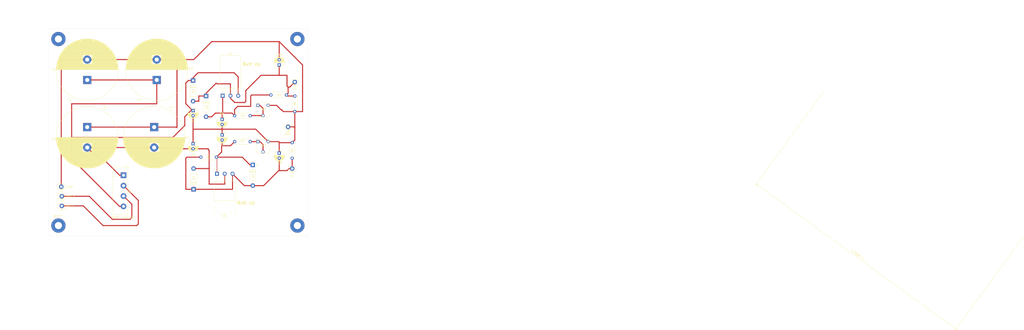
<source format=kicad_pcb>
(kicad_pcb (version 20171130) (host pcbnew "(5.1.2-1)-1")
  (title_block (title "LM337/LM317 Adj. Voltage Power Supply") (company "Designed by Ray Wilson") (comment 1 "Layout by Mason Mann"))
  (layers (0 F.Cu signal) (31 B.Cu signal) (34 B.Paste user hide) (35 F.Paste user hide) (36 B.SilkS user hide) (37 F.SilkS user) (38 B.Mask user hide) (39 F.Mask user) (44 Edge.Cuts user))
  (net 0 "")
  (net 1 "Net-(C1-Pad1)")
  (net 2 Earth)
  (net 3 "Net-(C2-Pad2)")
  (net 4 "Net-(C8-Pad1)")
  (net 5 /VNEG)
  (net 6 /SEC1)
  (net 7 "Net-(R1-Pad2)")
  (net 8 "Net-(R2-Pad2)")
  (net 9 "Net-(C7-Pad2)")
  (net 10 "Net-(C10-Pad1)")
  (net 11 "Net-(D1-Pad3)")
  (module MountingHole:MountingHole_3.5mm_Pad (layer F.Cu) (at 134.62 17.78)
    (fp_text reference REF** hide)
    (fp_text value MountingHole_3.5mm_Pad)
    (pad 1 thru_hole circle (at 0 0) (size 7 7) (drill 3.5) (layers *.Cu *.Mask))
  )
  (module MountingHole:MountingHole_3.5mm_Pad (layer F.Cu) (at 134.62 109.22)
    (fp_text reference REF** hide)
    (fp_text value MountingHole_3.5mm_Pad)
    (pad 1 thru_hole circle (at 0 0) (size 7 7) (drill 3.5) (layers *.Cu *.Mask))
  )
  (module MountingHole:MountingHole_3.5mm_Pad (layer F.Cu) (at 17.653 109.22)
    (fp_text reference REF** (at 0 -4.5) (layer F.SilkS))
    (fp_text value MountingHole_3.5mm_Pad)
    (pad 1 thru_hole circle (at 0 0) (size 7 7) (drill 3.5) (layers *.Cu *.Mask))
  )
  (module MountingHole:MountingHole_3.5mm_Pad (layer F.Cu) (at 17.653 17.78)
    (fp_text reference REF** hide)
    (fp_text value MountingHole_3.5mm_Pad)
    (pad 1 thru_hole circle (at 0 0) (size 7 7) (drill 3.5) (layers *.Cu *.Mask))
  )
  (module Potentiometer_THT:Potentiometer_Runtron_RM-065_Vertical (layer F.Cu) (at 115.316 50.292)
    (fp_text reference RV2 (at 2.54 1.905) (layer F.SilkS))
    (fp_text value 2k)
    (pad 2 thru_hole circle (at 2.5 5) (size 1.55 1.55) (drill 1) (layers *.Cu *.Mask) (net 8 "Net-(R2-Pad2)"))
    (pad 1 thru_hole rect (at 0 0) (size 1.55 1.55) (drill 1) (layers *.Cu *.Mask) (net 8 "Net-(R2-Pad2)"))
    (pad 3 thru_hole circle (at 5 0) (size 1.55 1.55) (drill 1) (layers *.Cu *.Mask) (net 2 Earth))
  )
  (module Potentiometer_THT:Potentiometer_Runtron_RM-065_Vertical (layer F.Cu) (at 115.316 68.072)
    (fp_text reference RV1 (at 2.667 1.778) (layer F.SilkS))
    (fp_text value 2k)
    (pad 2 thru_hole circle (at 2.5 5) (size 1.55 1.55) (drill 1) (layers *.Cu *.Mask) (net 7 "Net-(R1-Pad2)"))
    (pad 1 thru_hole rect (at 0 0) (size 1.55 1.55) (drill 1) (layers *.Cu *.Mask) (net 7 "Net-(R1-Pad2)"))
    (pad 3 thru_hole circle (at 5 0) (size 1.55 1.55) (drill 1) (layers *.Cu *.Mask) (net 2 Earth))
  )
  (module TO-220_WIDE_FOR_PCB_MILL (layer F.Cu) (at 0 0)
    (fp_text reference REF** hide)
    (fp_text value TO-220_WIDE_FOR_PCB_MILL)
  )
  (module TO-220_WIDE_FOR_PCB_MILL (layer F.Cu) (at 0 0)
    (fp_text reference REF** hide)
    (fp_text value TO-220_WIDE_FOR_PCB_MILL)
  )
  (module Capacitor_THT:CP_Radial_D5.0mm_P2.50mm (layer F.Cu) (at 97.79 57.15 270)
    (fp_text reference C8 (at -2.667 0.254 180) (layer F.SilkS))
    (fp_text value 10uF)
    (pad 1 thru_hole rect (at 0 0 270) (size 1.6 1.6) (drill 0.8) (layers *.Cu *.Mask) (net 4 "Net-(C8-Pad1)"))
    (pad 2 thru_hole circle (at 2.5 0 270) (size 1.6 1.6) (drill 0.8) (layers *.Cu *.Mask) (net 2 Earth))
  )
  (module Diode_THT:D_DO-41_SOD81_P10.16mm_Horizontal (layer F.Cu) (at 83.566 38.1 270)
    (fp_text reference D3 (at 5.334 -0.127 90) (layer F.SilkS))
    (fp_text value 1N4002)
    (pad 1 thru_hole rect (at 0 0 270) (size 2.2 2.2) (drill 1.1) (layers *.Cu *.Mask) (net 1 "Net-(C1-Pad1)"))
    (pad 2 thru_hole oval (at 10.16 0 270) (size 2.2 2.2) (drill 1.1) (layers *.Cu *.Mask) (net 10 "Net-(C10-Pad1)"))
  )
  (module Capacitor_THT:CP_Radial_D30.0mm_P10.00mm_SnapIn (layer F.Cu) (at 31.75 37.846 90)
    (fp_text reference C1 (at 5 -16.25 180) (layer F.SilkS))
    (fp_text value 10000uF)
    (pad 1 thru_hole rect (at 0 0 90) (size 4 4) (drill 2) (layers *.Cu *.Mask) (net 1 "Net-(C1-Pad1)"))
    (pad 2 thru_hole circle (at 10 0 90) (size 4 4) (drill 2) (layers *.Cu *.Mask) (net 2 Earth))
  )
  (module Capacitor_THT:CP_Radial_D30.0mm_P10.00mm_SnapIn (layer F.Cu) (at 31.75 60.96 270)
    (fp_text reference C2 (at 5.969 16.383 180) (layer F.SilkS))
    (fp_text value 10000uF)
    (pad 1 thru_hole rect (at 0 0 270) (size 4 4) (drill 2) (layers *.Cu *.Mask) (net 2 Earth))
    (pad 2 thru_hole circle (at 10 0 270) (size 4 4) (drill 2) (layers *.Cu *.Mask) (net 3 "Net-(C2-Pad2)"))
  )
  (module Capacitor_THT:CP_Radial_D30.0mm_P10.00mm_SnapIn (layer F.Cu) (at 65.786 37.846 90)
    (fp_text reference C3 (at 5.588 16.637 180) (layer F.SilkS))
    (fp_text value 10000uF)
    (pad 2 thru_hole circle (at 10 0 90) (size 4 4) (drill 2) (layers *.Cu *.Mask) (net 2 Earth))
    (pad 1 thru_hole rect (at 0 0 90) (size 4 4) (drill 2) (layers *.Cu *.Mask) (net 1 "Net-(C1-Pad1)"))
  )
  (module Capacitor_THT:CP_Radial_D30.0mm_P10.00mm_SnapIn (layer F.Cu) (at 64.516 60.96 270)
    (fp_text reference C4 (at 5 -16.25 190) (layer F.SilkS))
    (fp_text value 10000uF)
    (pad 2 thru_hole circle (at 10 0 270) (size 4 4) (drill 2) (layers *.Cu *.Mask) (net 3 "Net-(C2-Pad2)"))
    (pad 1 thru_hole rect (at 0 0 270) (size 4 4) (drill 2) (layers *.Cu *.Mask) (net 2 Earth))
  )
  (module Capacitor_THT:CP_Radial_D5.0mm_P2.50mm (layer F.Cu) (at 83.566 69.088 270)
    (fp_text reference C5 (at 5.334 -0.254 180) (layer F.SilkS))
    (fp_text value 0.1uF)
    (pad 2 thru_hole circle (at 2.5 0 270) (size 1.6 1.6) (drill 0.8) (layers *.Cu *.Mask) (net 3 "Net-(C2-Pad2)"))
    (pad 1 thru_hole rect (at 0 0 270) (size 1.6 1.6) (drill 0.8) (layers *.Cu *.Mask) (net 2 Earth))
  )
  (module Capacitor_THT:CP_Radial_D5.0mm_P2.50mm (layer F.Cu) (at 83.566 52.832 270)
    (fp_text reference C6 (at 5.207 0 180) (layer F.SilkS))
    (fp_text value 0.1uF)
    (pad 1 thru_hole rect (at 0 0 270) (size 1.6 1.6) (drill 0.8) (layers *.Cu *.Mask) (net 1 "Net-(C1-Pad1)"))
    (pad 2 thru_hole circle (at 2.5 0 270) (size 1.6 1.6) (drill 0.8) (layers *.Cu *.Mask) (net 2 Earth))
  )
  (module Diode_THT:D_DO-41_SOD81_P10.16mm_Horizontal (layer F.Cu) (at 83.82 91.44 90)
    (fp_text reference D2 (at 5.461 0.127 90) (layer F.SilkS))
    (fp_text value 1N4002)
    (pad 1 thru_hole rect (at 0 0 90) (size 2.2 2.2) (drill 1.1) (layers *.Cu *.Mask) (net 5 /VNEG))
    (pad 2 thru_hole oval (at 10.16 0 90) (size 2.2 2.2) (drill 1.1) (layers *.Cu *.Mask) (net 3 "Net-(C2-Pad2)"))
  )
  (module Diode_THT:D_DO-41_SOD81_P10.16mm_Horizontal (layer F.Cu) (at 112.776 79.502 270)
    (fp_text reference D4 (at 5.334 -0.254 90) (layer F.SilkS))
    (fp_text value 1N4002)
    (fp_text user K (at 0 -2.1 90) (layer F.SilkS))
    (pad 2 thru_hole oval (at 10.16 0 270) (size 2.2 2.2) (drill 1.1) (layers *.Cu *.Mask) (net 5 /VNEG))
    (pad 1 thru_hole rect (at 0 0 270) (size 2.2 2.2) (drill 1.1) (layers *.Cu *.Mask) (net 9 "Net-(C7-Pad2)"))
  )
  (module Diode_THT:D_DO-41_SOD81_P10.16mm_Horizontal (layer F.Cu) (at 89.916 45.72 270)
    (fp_text reference D5 (at 5.461 -0.254 90) (layer F.SilkS))
    (fp_text value 1N4002)
    (pad 2 thru_hole oval (at 10.16 0 270) (size 2.2 2.2) (drill 1.1) (layers *.Cu *.Mask) (net 4 "Net-(C8-Pad1)"))
    (pad 1 thru_hole rect (at 0 0 270) (size 2.2 2.2) (drill 1.1) (layers *.Cu *.Mask) (net 10 "Net-(C10-Pad1)"))
  )
  (module Connector_Pin:Pin_D1.1mm_L10.2mm_W3.5mm_Flat (layer F.Cu) (at 19.304 99.568)
    (fp_text reference J1 (at 0 2.05) (layer F.SilkS))
    (fp_text value Conn_01x01_Female)
    (pad 1 thru_hole circle (at 0 0) (size 2.2 2.2) (drill 1.1) (layers *.Cu *.Mask) (net 6 /SEC1))
  )
  (module Connector_Pin:Pin_D1.1mm_L10.2mm_W3.5mm_Flat (layer F.Cu) (at 19.05 90.17)
    (fp_text reference J2 (at 0 2.05) (layer F.SilkS))
    (fp_text value Conn_01x01_Female)
    (pad 1 thru_hole circle (at 0 0) (size 2.2 2.2) (drill 1.1) (layers *.Cu *.Mask) (net 2 Earth))
  )
  (module Connector_Pin:Pin_D1.1mm_L10.2mm_W3.5mm_Flat (layer F.Cu) (at 19.304 94.869)
    (fp_text reference J3 (at 0 2.05) (layer F.SilkS))
    (fp_text value Conn_01x01_Female)
    (pad 1 thru_hole circle (at 0 0) (size 2.2 2.2) (drill 1.1) (layers *.Cu *.Mask) (net 11 "Net-(D1-Pad3)"))
  )
  (module Connector_Pin:Pin_D1.1mm_L10.2mm_W3.5mm_Flat (layer F.Cu) (at 132.08 81.28)
    (fp_text reference J4 (at 0 2.05) (layer F.SilkS))
    (fp_text value -V_Conn)
    (pad 1 thru_hole circle (at 0 0) (size 2.2 2.2) (drill 1.1) (layers *.Cu *.Mask) (net 5 /VNEG))
  )
  (module Connector_Pin:Pin_D1.1mm_L10.2mm_W3.5mm_Flat (layer F.Cu) (at 133.35 38.862)
    (fp_text reference J5 (at 0 2.05) (layer F.SilkS))
    (fp_text value +V_Conn)
    (pad 1 thru_hole circle (at 0 0) (size 2.2 2.2) (drill 1.1) (layers *.Cu *.Mask) (net 10 "Net-(C10-Pad1)"))
  )
  (module Resistor_THT:R_Axial_DIN0207_L6.3mm_D2.5mm_P7.62mm_Horizontal (layer F.Cu) (at 103.886 68.072)
    (fp_text reference R1 (at 3.937 -0.254) (layer F.SilkS))
    (fp_text value 1k)
    (pad 2 thru_hole oval (at 7.62 0) (size 1.6 1.6) (drill 0.8) (layers *.Cu *.Mask) (net 7 "Net-(R1-Pad2)"))
    (pad 1 thru_hole circle (at 0 0) (size 1.6 1.6) (drill 0.8) (layers *.Cu *.Mask) (net 9 "Net-(C7-Pad2)"))
  )
  (module Resistor_THT:R_Axial_DIN0207_L6.3mm_D2.5mm_P7.62mm_Horizontal (layer F.Cu) (at 103.886 55.372)
    (fp_text reference R2 (at 3.937 0) (layer F.SilkS))
    (fp_text value 1k)
    (pad 2 thru_hole oval (at 7.62 0) (size 1.6 1.6) (drill 0.8) (layers *.Cu *.Mask) (net 8 "Net-(R2-Pad2)"))
    (pad 1 thru_hole circle (at 0 0) (size 1.6 1.6) (drill 0.8) (layers *.Cu *.Mask) (net 4 "Net-(C8-Pad1)"))
  )
  (module Resistor_THT:R_Axial_DIN0207_L6.3mm_D2.5mm_P7.62mm_Horizontal (layer F.Cu) (at 87.376 75.692)
    (fp_text reference R3 (at 3.81 0) (layer F.SilkS))
    (fp_text value 240)
    (pad 1 thru_hole circle (at 0 0) (size 1.6 1.6) (drill 0.8) (layers *.Cu *.Mask) (net 5 /VNEG))
    (pad 2 thru_hole oval (at 7.62 0) (size 1.6 1.6) (drill 0.8) (layers *.Cu *.Mask) (net 9 "Net-(C7-Pad2)"))
  )
  (module Resistor_THT:R_Axial_DIN0207_L6.3mm_D2.5mm_P7.62mm_Horizontal (layer F.Cu) (at 129.286 45.212 180)
    (fp_text reference R4 (at 3.556 -0.127) (layer F.SilkS))
    (fp_text value 240)
    (pad 1 thru_hole circle (at 0 0 180) (size 1.6 1.6) (drill 0.8) (layers *.Cu *.Mask) (net 10 "Net-(C10-Pad1)"))
    (pad 2 thru_hole oval (at 7.62 0 180) (size 1.6 1.6) (drill 0.8) (layers *.Cu *.Mask) (net 4 "Net-(C8-Pad1)"))
  )
  (module Resistor_THT:R_Axial_DIN0207_L6.3mm_D2.5mm_P7.62mm_Horizontal (layer F.Cu) (at 132.08 76.2 90)
    (fp_text reference R5 (at 3.683 0 90) (layer F.SilkS))
    (fp_text value 4.7k)
    (pad 2 thru_hole oval (at 7.62 0 90) (size 1.6 1.6) (drill 0.8) (layers *.Cu *.Mask) (net 2 Earth))
    (pad 1 thru_hole circle (at 0 0 90) (size 1.6 1.6) (drill 0.8) (layers *.Cu *.Mask) (net 5 /VNEG))
  )
  (module Resistor_THT:R_Axial_DIN0207_L6.3mm_D2.5mm_P7.62mm_Horizontal (layer F.Cu) (at 133.35 45.72 270)
    (fp_text reference R6 (at 3.81 0 90) (layer F.SilkS))
    (fp_text value 4.7k)
    (pad 1 thru_hole circle (at 0 0 270) (size 1.6 1.6) (drill 0.8) (layers *.Cu *.Mask) (net 10 "Net-(C10-Pad1)"))
    (pad 2 thru_hole oval (at 7.62 0 270) (size 1.6 1.6) (drill 0.8) (layers *.Cu *.Mask) (net 2 Earth))
  )
  (module Capacitor_THT:CP_Radial_D5.0mm_P2.50mm (layer F.Cu) (at 97.79 64.77 270)
    (fp_text reference C7 (at 4.826 -0.381 180) (layer F.SilkS))
    (fp_text value 10uF)
    (pad 2 thru_hole circle (at 2.5 0 270) (size 1.6 1.6) (drill 0.8) (layers *.Cu *.Mask) (net 9 "Net-(C7-Pad2)"))
    (pad 1 thru_hole rect (at 0 0 270) (size 1.6 1.6) (drill 0.8) (layers *.Cu *.Mask) (net 2 Earth))
  )
  (module Capacitor_THT:CP_Radial_D5.0mm_P2.50mm (layer F.Cu) (at 125.73 73.66 270)
    (fp_text reference C9 (at 4.826 -0.254 180) (layer F.SilkS))
    (fp_text value 1uF)
    (pad 1 thru_hole rect (at 0 0 270) (size 1.6 1.6) (drill 0.8) (layers *.Cu *.Mask) (net 2 Earth))
    (pad 2 thru_hole circle (at 2.5 0 270) (size 1.6 1.6) (drill 0.8) (layers *.Cu *.Mask) (net 5 /VNEG))
  )
  (module Capacitor_THT:CP_Radial_D5.0mm_P2.50mm (layer F.Cu) (at 125.73 30.48 90)
    (fp_text reference C10 (at 4.953 0 180) (layer F.SilkS))
    (fp_text value 1uF)
    (pad 2 thru_hole circle (at 2.5 0 90) (size 1.6 1.6) (drill 0.8) (layers *.Cu *.Mask) (net 2 Earth))
    (pad 1 thru_hole rect (at 0 0 90) (size 1.6 1.6) (drill 0.8) (layers *.Cu *.Mask) (net 10 "Net-(C10-Pad1)"))
  )
  (module Package_TO_SOT_THT:TO-220-3_Horizontal_TabUp_WIDE (layer F.Cu) (at 96.52 83.82)
    (fp_text reference U1 (at 2.54 20.58) (layer F.SilkS))
    (fp_text value LM337_TO220)
    (pad "" np_thru_hole oval (at 2.54 16.66) (size 3.5 3.5) (drill 3.5) (layers *.Cu *.Mask))
    (pad 1 thru_hole rect (at -1.27 0) (size 1.905 2) (drill 1.1) (layers *.Cu *.Mask) (net 9 "Net-(C7-Pad2)"))
    (pad 2 thru_hole oval (at 2.54 0) (size 1.905 2) (drill 1.1) (layers *.Cu *.Mask) (net 3 "Net-(C2-Pad2)"))
    (pad 3 thru_hole oval (at 6.35 0) (size 1.905 2) (drill 1.1) (layers *.Cu *.Mask) (net 5 /VNEG))
  )
  (module Package_TO_SOT_THT:TO-220-3_Horizontal_TabDown_WIDE (layer F.Cu) (at 99.314 45.593)
    (fp_text reference U2 (at 2.54 -20.58) (layer F.SilkS))
    (fp_text value LM317_3PinPackage)
    (pad "" np_thru_hole oval (at 2.54 -16.66) (size 3.5 3.5) (drill 3.5) (layers *.Cu *.Mask))
    (pad 1 thru_hole rect (at -1.27 0) (size 1.905 2) (drill 1.1) (layers *.Cu *.Mask) (net 4 "Net-(C8-Pad1)"))
    (pad 2 thru_hole oval (at 2.54 0) (size 1.905 2) (drill 1.1) (layers *.Cu *.Mask) (net 10 "Net-(C10-Pad1)"))
    (pad 3 thru_hole oval (at 6.35 0) (size 1.905 2) (drill 1.1) (layers *.Cu *.Mask) (net 1 "Net-(C1-Pad1)"))
  )
  (module Diode_THT:Diode_Bridge_Vishay_KBU (layer F.Cu) (at 49.53 84.582 270)
    (fp_text reference D1 (at 7.8 -3.1 90) (layer F.SilkS))
    (fp_text value KBU401)
    (pad 4 thru_hole circle (at 15.24 0 270) (size 2.8 2.8) (drill 1.4) (layers *.Cu *.Mask) (net 1 "Net-(C1-Pad1)"))
    (pad 3 thru_hole circle (at 10.16 0 270) (size 2.8 2.8) (drill 1.4) (layers *.Cu *.Mask) (net 11 "Net-(D1-Pad3)"))
    (pad 2 thru_hole circle (at 5.08 0 270) (size 2.8 2.8) (drill 1.4) (layers *.Cu *.Mask) (net 6 /SEC1))
    (pad 1 thru_hole rect (at 0 0 270) (size 2.8 2.8) (drill 1.4) (layers *.Cu *.Mask) (net 3 "Net-(C2-Pad2)"))
  )
  (module Connector_Pin:Pin_D1.1mm_L10.2mm_W3.5mm_Flat (layer F.Cu) (at 130.048 60.833)
    (fp_text reference J6 (at 0 2.05) (layer F.SilkS))
    (fp_text value GND_Conn)
    (pad 1 thru_hole circle (at 0 0) (size 2.2 2.2) (drill 1.1) (layers *.Cu *.Mask) (net 2 Earth))
  )
  (gr_text "Butt Up" (at 112.1664 30.0482) (layer F.SilkS) (effects (font (size 1.5 1.5) (thickness 0.3))))
  (gr_text "Butt Up" (at 109.474 98.044) (layer F.SilkS) (effects (font (size 1.5 1.5) (thickness 0.3))))
  (gr_text "DENT THIS WAY\n" (at 49.4284 105.283) (layer F.SilkS) (effects (font (size 1 1))))
  (gr_text SEC1 (at 23.495 99.695) (layer F.SilkS) (effects (font (size 1 1))))
  (gr_text SEC2 (at 23.622 94.869) (layer F.SilkS) (effects (font (size 1 1))))
  (gr_text CTAP (at 22.987 90.297) (layer F.SilkS) (effects (font (size 1 1))))
  (gr_text V+ (at 133.35 42.291) (layer F.SilkS) (effects (font (size 1 1))))
  (gr_text GND (at 129.921 64.389) (layer F.SilkS) (effects (font (size 1 1))))
  (gr_text V- (at 132.207 84.963) (layer F.SilkS) (effects (font (size 1 1))))
  (gr_line (start 12.7 12.7) (end 139.7 12.7) (layer Edge.Cuts) (width 0.05))
  (gr_line (start 12.7 114.3) (end 12.7 12.7) (layer Edge.Cuts) (width 0.05))
  (gr_line (start 12.7 114.3) (end 139.7 114.3) (layer Edge.Cuts) (width 0.05))
  (gr_line (start 139.7 12.7) (end 139.7 114.3) (layer Edge.Cuts) (width 0.05))
  (dimension 120.917073 (width 0.12) (layer F.SilkS) (gr_text "120.917 mm" (at 407.352076 125.45277 323.9726266) (layer F.SilkS) (effects (font (size 1 1) (thickness 0.15)))) (feature1 (pts (xy 490.22 114.3) (xy 456.649138 160.459935))) (feature2 (pts (xy 392.43 43.18) (xy 358.859138 89.339935))) (crossbar (pts (xy 359.204054 88.865675) (xy 456.994054 159.985675))) (arrow1a (pts (xy 456.994054 159.985675) (xy 455.738094 159.797357))) (arrow1b (pts (xy 456.994054 159.985675) (xy 456.427926 158.848838))) (arrow2a (pts (xy 359.204054 88.865675) (xy 359.770182 90.002512))) (arrow2b (pts (xy 359.204054 88.865675) (xy 360.460014 89.053993))))
  (segment (start 31.75 37.846) (end 65.786 37.846) (width 0.5) (layer F.Cu) (net 1))
  (segment (start 65.786 37.846) (end 65.786 49.53) (width 0.5) (layer F.Cu) (net 1))
  (segment (start 65.786 49.53) (end 24.13 49.53) (width 0.5) (layer F.Cu) (net 1))
  (segment (start 24.13 49.53) (end 24.13 66.04) (width 0.5) (layer F.Cu) (net 1))
  (segment (start 82.516 52.832) (end 83.566 52.832) (width 0.25) (layer F.Cu) (net 1))
  (segment (start 79.502 60.198) (end 79.502 55.846) (width 0.5) (layer F.Cu) (net 1))
  (segment (start 73.66 66.04) (end 79.502 60.198) (width 0.5) (layer F.Cu) (net 1))
  (segment (start 79.502 55.846) (end 82.516 52.832) (width 0.5) (layer F.Cu) (net 1))
  (segment (start 24.13 66.04) (end 73.66 66.04) (width 0.5) (layer F.Cu) (net 1))
  (segment (start 83.312 52.832) (end 83.566 52.832) (width 0.25) (layer F.Cu) (net 1))
  (segment (start 80.01 49.53) (end 83.312 52.832) (width 0.5) (layer F.Cu) (net 1))
  (segment (start 80.01 39.37) (end 80.01 49.53) (width 0.5) (layer F.Cu) (net 1))
  (segment (start 81.28 38.1) (end 80.01 39.37) (width 0.5) (layer F.Cu) (net 1))
  (segment (start 83.566 38.1) (end 81.28 38.1) (width 0.5) (layer F.Cu) (net 1))
  (segment (start 83.566 36.75) (end 83.566 38.1) (width 0.5) (layer F.Cu) (net 1))
  (segment (start 103.632 34.29) (end 86.026 34.29) (width 0.5) (layer F.Cu) (net 1))
  (segment (start 86.026 34.29) (end 83.566 36.75) (width 0.5) (layer F.Cu) (net 1))
  (segment (start 105.664 36.322) (end 103.632 34.29) (width 0.5) (layer F.Cu) (net 1))
  (segment (start 105.664 45.593) (end 105.664 36.322) (width 0.5) (layer F.Cu) (net 1))
  (segment (start 24.13 76.401898) (end 24.13 73.914) (width 0.5) (layer F.Cu) (net 1))
  (segment (start 47.550102 99.822) (end 24.13 76.401898) (width 0.5) (layer F.Cu) (net 1))
  (segment (start 24.13 73.914) (end 24.13 66.04) (width 0.5) (layer F.Cu) (net 1))
  (segment (start 49.53 99.822) (end 47.550102 99.822) (width 0.5) (layer F.Cu) (net 1))
  (segment (start 24.13 74.55) (end 24.13 73.914) (width 0.5) (layer F.Cu) (net 1))
  (segment (start 31.75 60.96) (end 64.516 60.96) (width 0.5) (layer F.Cu) (net 2))
  (segment (start 31.75 27.846) (end 65.786 27.846) (width 0.5) (layer F.Cu) (net 2))
  (segment (start 127 52.832) (end 126.746 52.578) (width 0.25) (layer F.Cu) (net 2))
  (segment (start 124.46 50.292) (end 126.746 52.578) (width 0.5) (layer F.Cu) (net 2))
  (segment (start 120.316 50.292) (end 124.46 50.292) (width 0.5) (layer F.Cu) (net 2))
  (segment (start 125.476 68.072) (end 120.316 68.072) (width 0.5) (layer F.Cu) (net 2))
  (segment (start 75.438 60.96) (end 64.516 60.96) (width 0.5) (layer F.Cu) (net 2))
  (segment (start 75.692 61.214) (end 75.438 60.96) (width 0.5) (layer F.Cu) (net 2))
  (segment (start 75.692 27.94) (end 75.692 61.214) (width 0.5) (layer F.Cu) (net 2))
  (segment (start 75.598 27.846) (end 75.692 27.94) (width 0.25) (layer F.Cu) (net 2))
  (segment (start 65.786 27.846) (end 75.598 27.846) (width 0.5) (layer F.Cu) (net 2))
  (segment (start 83.566 61.976) (end 97.536 61.976) (width 0.5) (layer F.Cu) (net 2))
  (segment (start 83.566 69.088) (end 83.566 61.976) (width 0.5) (layer F.Cu) (net 2))
  (segment (start 83.566 61.976) (end 83.566 55.332) (width 0.5) (layer F.Cu) (net 2))
  (segment (start 114.22 61.976) (end 97.536 61.976) (width 0.5) (layer F.Cu) (net 2))
  (segment (start 120.316 68.072) (end 114.22 61.976) (width 0.5) (layer F.Cu) (net 2))
  (segment (start 19.05 90.17) (end 19.05 27.94) (width 0.5) (layer F.Cu) (net 2))
  (segment (start 19.144 27.846) (end 31.75 27.846) (width 0.5) (layer F.Cu) (net 2))
  (segment (start 19.05 27.94) (end 19.144 27.846) (width 0.25) (layer F.Cu) (net 2))
  (segment (start 127.762 53.34) (end 126.746 52.324) (width 0.5) (layer F.Cu) (net 2))
  (segment (start 133.35 53.34) (end 127.762 53.34) (width 0.5) (layer F.Cu) (net 2))
  (segment (start 126.746 52.578) (end 126.746 52.324) (width 0.25) (layer F.Cu) (net 2))
  (segment (start 132.08 68.58) (end 125.984 68.58) (width 0.5) (layer F.Cu) (net 2))
  (segment (start 125.73 19.05) (end 137.16 30.48) (width 0.5) (layer F.Cu) (net 2))
  (segment (start 92.71 19.05) (end 125.73 19.05) (width 0.5) (layer F.Cu) (net 2))
  (segment (start 137.16 30.48) (end 137.16 53.34) (width 0.5) (layer F.Cu) (net 2))
  (segment (start 83.914 27.846) (end 92.71 19.05) (width 0.5) (layer F.Cu) (net 2))
  (segment (start 137.16 53.34) (end 133.35 53.34) (width 0.5) (layer F.Cu) (net 2))
  (segment (start 75.598 27.846) (end 83.914 27.846) (width 0.5) (layer F.Cu) (net 2))
  (segment (start 133.35 67.31) (end 132.08 68.58) (width 0.5) (layer F.Cu) (net 2))
  (segment (start 125.73 68.834) (end 125.984 68.58) (width 0.25) (layer F.Cu) (net 2))
  (segment (start 97.79 61.722) (end 97.79 59.65) (width 0.5) (layer F.Cu) (net 2))
  (segment (start 97.536 61.976) (end 97.79 61.722) (width 0.25) (layer F.Cu) (net 2))
  (segment (start 97.79 62.23) (end 97.536 61.976) (width 0.25) (layer F.Cu) (net 2))
  (segment (start 97.79 64.77) (end 97.79 62.23) (width 0.5) (layer F.Cu) (net 2))
  (segment (start 125.73 27.98) (end 125.73 19.05) (width 0.5) (layer F.Cu) (net 2))
  (segment (start 125.73 73.66) (end 125.73 68.834) (width 0.5) (layer F.Cu) (net 2))
  (segment (start 133.35 61.087) (end 133.35 67.31) (width 0.5) (layer F.Cu) (net 2))
  (segment (start 133.096 60.833) (end 133.35 61.087) (width 0.5) (layer F.Cu) (net 2))
  (segment (start 130.048 60.833) (end 133.096 60.833) (width 0.5) (layer F.Cu) (net 2))
  (segment (start 133.35 53.34) (end 133.35 61.087) (width 0.5) (layer F.Cu) (net 2))
  (segment (start 125.73 68.58) (end 125.857 68.453) (width 0.5) (layer F.Cu) (net 2))
  (segment (start 125.73 68.834) (end 125.73 68.58) (width 0.5) (layer F.Cu) (net 2))
  (segment (start 125.857 68.453) (end 125.476 68.072) (width 0.5) (layer F.Cu) (net 2))
  (segment (start 125.984 68.58) (end 125.857 68.453) (width 0.5) (layer F.Cu) (net 2))
  (segment (start 31.75 70.96) (end 64.516 70.96) (width 0.5) (layer F.Cu) (net 3))
  (segment (start 64.516 70.96) (end 76.294 70.96) (width 0.5) (layer F.Cu) (net 3))
  (segment (start 83.82 81.28) (end 91.44 81.28) (width 0.5) (layer F.Cu) (net 3))
  (segment (start 90.972 71.588) (end 83.566 71.588) (width 0.5) (layer F.Cu) (net 3))
  (segment (start 76.922 71.588) (end 76.294 70.96) (width 0.5) (layer F.Cu) (net 3))
  (segment (start 83.566 71.588) (end 76.922 71.588) (width 0.5) (layer F.Cu) (net 3))
  (segment (start 90.972 71.922) (end 91.44 72.39) (width 0.5) (layer F.Cu) (net 3))
  (segment (start 90.972 71.588) (end 90.972 71.922) (width 0.5) (layer F.Cu) (net 3))
  (segment (start 91.44 81.28) (end 91.44 72.39) (width 0.5) (layer F.Cu) (net 3))
  (segment (start 99.06 83.82) (end 99.06 88.9) (width 0.5) (layer F.Cu) (net 3))
  (segment (start 99.06 88.9) (end 91.44 88.9) (width 0.5) (layer F.Cu) (net 3))
  (segment (start 91.44 88.9) (end 91.44 81.28) (width 0.5) (layer F.Cu) (net 3))
  (segment (start 37.898 74.85) (end 35.64 74.85) (width 0.5) (layer F.Cu) (net 3))
  (segment (start 49.53 84.582) (end 47.63 84.582) (width 0.5) (layer F.Cu) (net 3))
  (segment (start 35.64 74.85) (end 35.72 74.93) (width 0.5) (layer F.Cu) (net 3))
  (segment (start 47.63 84.582) (end 37.898 74.85) (width 0.5) (layer F.Cu) (net 3))
  (segment (start 31.75 70.96) (end 35.64 74.85) (width 0.5) (layer F.Cu) (net 3))
  (segment (start 102.616 54.102) (end 97.536 54.102) (width 0.5) (layer F.Cu) (net 4))
  (segment (start 103.886 55.372) (end 102.616 54.102) (width 0.5) (layer F.Cu) (net 4))
  (segment (start 103.886 55.372) (end 103.886 52.324) (width 0.5) (layer F.Cu) (net 4))
  (segment (start 103.886 52.324) (end 105.41 50.8) (width 0.5) (layer F.Cu) (net 4))
  (segment (start 105.41 50.8) (end 111.76 50.8) (width 0.5) (layer F.Cu) (net 4))
  (segment (start 111.76 50.8) (end 111.76 45.72) (width 0.5) (layer F.Cu) (net 4))
  (segment (start 112.268 45.212) (end 121.666 45.212) (width 0.5) (layer F.Cu) (net 4))
  (segment (start 111.76 45.72) (end 112.268 45.212) (width 0.5) (layer F.Cu) (net 4))
  (segment (start 97.79 54.356) (end 97.536 54.102) (width 0.25) (layer F.Cu) (net 4))
  (segment (start 97.79 57.15) (end 97.79 54.356) (width 0.5) (layer F.Cu) (net 4))
  (segment (start 94.488 54.102) (end 97.536 54.102) (width 0.5) (layer F.Cu) (net 4))
  (segment (start 92.71 55.88) (end 94.488 54.102) (width 0.5) (layer F.Cu) (net 4))
  (segment (start 89.916 55.88) (end 92.71 55.88) (width 0.5) (layer F.Cu) (net 4))
  (segment (start 98.044 54.102) (end 97.79 54.356) (width 0.25) (layer F.Cu) (net 4))
  (segment (start 98.044 45.593) (end 98.044 54.102) (width 0.5) (layer F.Cu) (net 4))
  (segment (start 118.086 89.662) (end 112.776 89.662) (width 0.5) (layer F.Cu) (net 5))
  (segment (start 83.82 91.44) (end 83.82 90.09) (width 0.25) (layer F.Cu) (net 5))
  (segment (start 83.82 91.44) (end 80.01 91.44) (width 0.5) (layer F.Cu) (net 5))
  (segment (start 80.01 91.44) (end 80.01 76.2) (width 0.5) (layer F.Cu) (net 5))
  (segment (start 80.518 75.692) (end 87.376 75.692) (width 0.5) (layer F.Cu) (net 5))
  (segment (start 80.01 76.2) (end 80.518 75.692) (width 0.5) (layer F.Cu) (net 5))
  (segment (start 132.08 76.2) (end 132.08 81.28) (width 0.5) (layer F.Cu) (net 5))
  (segment (start 126.324528 82.272) (end 125.476 82.272) (width 0.5) (layer F.Cu) (net 5))
  (segment (start 129.532366 82.272) (end 126.324528 82.272) (width 0.5) (layer F.Cu) (net 5))
  (segment (start 130.524366 81.28) (end 129.532366 82.272) (width 0.5) (layer F.Cu) (net 5))
  (segment (start 132.08 81.28) (end 130.524366 81.28) (width 0.5) (layer F.Cu) (net 5))
  (segment (start 125.73 82.018) (end 125.476 82.272) (width 0.25) (layer F.Cu) (net 5))
  (segment (start 125.73 82.018) (end 125.73 76.16) (width 0.5) (layer F.Cu) (net 5))
  (segment (start 108.6645 89.662) (end 102.87 83.8675) (width 0.5) (layer F.Cu) (net 5))
  (segment (start 102.87 83.8675) (end 102.87 83.82) (width 0.25) (layer F.Cu) (net 5))
  (segment (start 112.776 89.662) (end 108.6645 89.662) (width 0.5) (layer F.Cu) (net 5))
  (segment (start 86.36 91.44) (end 102.87 91.44) (width 0.5) (layer F.Cu) (net 5))
  (segment (start 86.694 91.44) (end 86.36 91.44) (width 0.25) (layer F.Cu) (net 5))
  (segment (start 86.36 91.44) (end 83.82 91.44) (width 0.5) (layer F.Cu) (net 5))
  (segment (start 102.87 91.44) (end 102.87 83.82) (width 0.5) (layer F.Cu) (net 5))
  (segment (start 118.086 89.662) (end 125.476 82.272) (width 0.5) (layer F.Cu) (net 5))
  (segment (start 19.304 99.568) (end 29.845 99.568) (width 0.5) (layer F.Cu) (net 6))
  (segment (start 29.845 99.568) (end 39.497 109.22) (width 0.5) (layer F.Cu) (net 6))
  (segment (start 39.497 109.22) (end 56.007 109.22) (width 0.5) (layer F.Cu) (net 6))
  (segment (start 56.007 109.22) (end 56.769 108.458) (width 0.5) (layer F.Cu) (net 6))
  (segment (start 56.769 96.901) (end 49.53 89.662) (width 0.5) (layer F.Cu) (net 6))
  (segment (start 56.769 108.458) (end 56.769 96.901) (width 0.5) (layer F.Cu) (net 6))
  (segment (start 117.816 69.547) (end 116.341 68.072) (width 0.5) (layer F.Cu) (net 7))
  (segment (start 116.341 68.072) (end 115.316 68.072) (width 0.5) (layer F.Cu) (net 7))
  (segment (start 117.816 73.072) (end 117.816 69.547) (width 0.5) (layer F.Cu) (net 7))
  (segment (start 114.291 68.072) (end 111.506 68.072) (width 0.5) (layer F.Cu) (net 7))
  (segment (start 115.316 68.072) (end 114.291 68.072) (width 0.25) (layer F.Cu) (net 7))
  (segment (start 117.816 51.767) (end 116.341 50.292) (width 0.5) (layer F.Cu) (net 8))
  (segment (start 116.341 50.292) (end 115.316 50.292) (width 0.5) (layer F.Cu) (net 8))
  (segment (start 117.816 55.292) (end 117.816 51.767) (width 0.5) (layer F.Cu) (net 8))
  (segment (start 111.586 55.292) (end 111.506 55.372) (width 0.25) (layer F.Cu) (net 8))
  (segment (start 117.816 55.292) (end 111.586 55.292) (width 0.5) (layer F.Cu) (net 8))
  (segment (start 97.536 71.20337) (end 97.536 70.072) (width 0.25) (layer F.Cu) (net 9))
  (segment (start 101.886 70.072) (end 103.886 68.072) (width 0.5) (layer F.Cu) (net 9))
  (segment (start 97.536 70.072) (end 101.886 70.072) (width 0.5) (layer F.Cu) (net 9))
  (segment (start 97.536 73.152) (end 97.536 70.072) (width 0.5) (layer F.Cu) (net 9))
  (segment (start 94.996 75.692) (end 97.536 73.152) (width 0.5) (layer F.Cu) (net 9))
  (segment (start 96.12737 75.692) (end 94.996 75.692) (width 0.25) (layer F.Cu) (net 9))
  (segment (start 107.616 75.692) (end 96.12737 75.692) (width 0.5) (layer F.Cu) (net 9))
  (segment (start 111.426 79.502) (end 107.616 75.692) (width 0.5) (layer F.Cu) (net 9))
  (segment (start 112.776 79.502) (end 111.426 79.502) (width 0.25) (layer F.Cu) (net 9))
  (segment (start 97.79 69.818) (end 97.536 70.072) (width 0.25) (layer F.Cu) (net 9))
  (segment (start 97.79 67.27) (end 97.79 69.818) (width 0.5) (layer F.Cu) (net 9))
  (segment (start 95.25 75.946) (end 94.996 75.692) (width 0.25) (layer F.Cu) (net 9))
  (segment (start 95.25 83.82) (end 95.25 75.946) (width 0.25) (layer F.Cu) (net 9))
  (segment (start 129.286 45.212) (end 130.085999 44.412001) (width 0.5) (layer F.Cu) (net 10))
  (segment (start 83.566 48.26) (end 86.36 48.26) (width 0.5) (layer F.Cu) (net 10))
  (segment (start 86.36 48.26) (end 86.36 45.72) (width 0.5) (layer F.Cu) (net 10))
  (segment (start 89.916 45.72) (end 86.36 45.72) (width 0.5) (layer F.Cu) (net 10))
  (segment (start 89.916 44.37) (end 94.916 39.37) (width 0.5) (layer F.Cu) (net 10))
  (segment (start 89.916 45.72) (end 89.916 44.37) (width 0.25) (layer F.Cu) (net 10))
  (segment (start 129.794 45.72) (end 129.286 45.212) (width 0.25) (layer F.Cu) (net 10))
  (segment (start 133.35 45.72) (end 129.794 45.72) (width 0.5) (layer F.Cu) (net 10))
  (segment (start 130.860001 41.351999) (end 130.085999 41.351999) (width 0.5) (layer F.Cu) (net 10))
  (segment (start 133.35 38.862) (end 130.860001 41.351999) (width 0.5) (layer F.Cu) (net 10))
  (segment (start 125.73 35.56) (end 129.54 35.56) (width 0.5) (layer F.Cu) (net 10))
  (segment (start 129.54 40.818002) (end 130.085999 41.364001) (width 0.5) (layer F.Cu) (net 10))
  (segment (start 129.54 35.56) (end 129.54 40.818002) (width 0.5) (layer F.Cu) (net 10))
  (segment (start 130.085999 41.364001) (end 130.085999 41.351999) (width 0.25) (layer F.Cu) (net 10))
  (segment (start 130.085999 44.412001) (end 130.085999 41.364001) (width 0.5) (layer F.Cu) (net 10))
  (segment (start 113.03 39.37) (end 113.538 38.862) (width 0.25) (layer F.Cu) (net 10))
  (segment (start 125.73 30.48) (end 125.73 35.56) (width 0.5) (layer F.Cu) (net 10))
  (segment (start 116.84 35.56) (end 113.03 39.37) (width 0.5) (layer F.Cu) (net 10))
  (segment (start 125.73 35.56) (end 116.84 35.56) (width 0.5) (layer F.Cu) (net 10))
  (segment (start 101.854 45.593) (end 101.854 39.751) (width 0.5) (layer F.Cu) (net 10))
  (segment (start 95.297 39.751) (end 94.916 39.37) (width 0.25) (layer F.Cu) (net 10))
  (segment (start 101.854 39.751) (end 95.297 39.751) (width 0.5) (layer F.Cu) (net 10))
  (segment (start 101.854 45.593) (end 101.854 46.843) (width 0.25) (layer F.Cu) (net 10))
  (segment (start 109.347 48.387) (end 109.347 43.053) (width 0.5) (layer F.Cu) (net 10))
  (segment (start 108.839 48.895) (end 109.347 48.387) (width 0.5) (layer F.Cu) (net 10))
  (segment (start 101.854 46.843) (end 103.906 48.895) (width 0.5) (layer F.Cu) (net 10))
  (segment (start 109.347 43.053) (end 113.03 39.37) (width 0.5) (layer F.Cu) (net 10))
  (segment (start 103.906 48.895) (end 108.839 48.895) (width 0.5) (layer F.Cu) (net 10))
  (segment (start 109.22 43.18) (end 109.347 43.053) (width 0.25) (layer F.Cu) (net 10))
  (segment (start 19.304 94.869) (end 32.766 94.869) (width 0.5) (layer F.Cu) (net 11))
  (segment (start 32.766 94.869) (end 44.069 106.172) (width 0.5) (layer F.Cu) (net 11))
  (segment (start 44.069 106.172) (end 52.705 106.172) (width 0.5) (layer F.Cu) (net 11))
  (segment (start 52.705 106.172) (end 53.594 105.283) (width 0.5) (layer F.Cu) (net 11))
  (segment (start 53.594 98.806) (end 49.53 94.742) (width 0.5) (layer F.Cu) (net 11))
  (segment (start 53.594 105.283) (end 53.594 98.806) (width 0.5) (layer F.Cu) (net 11))
)
</source>
